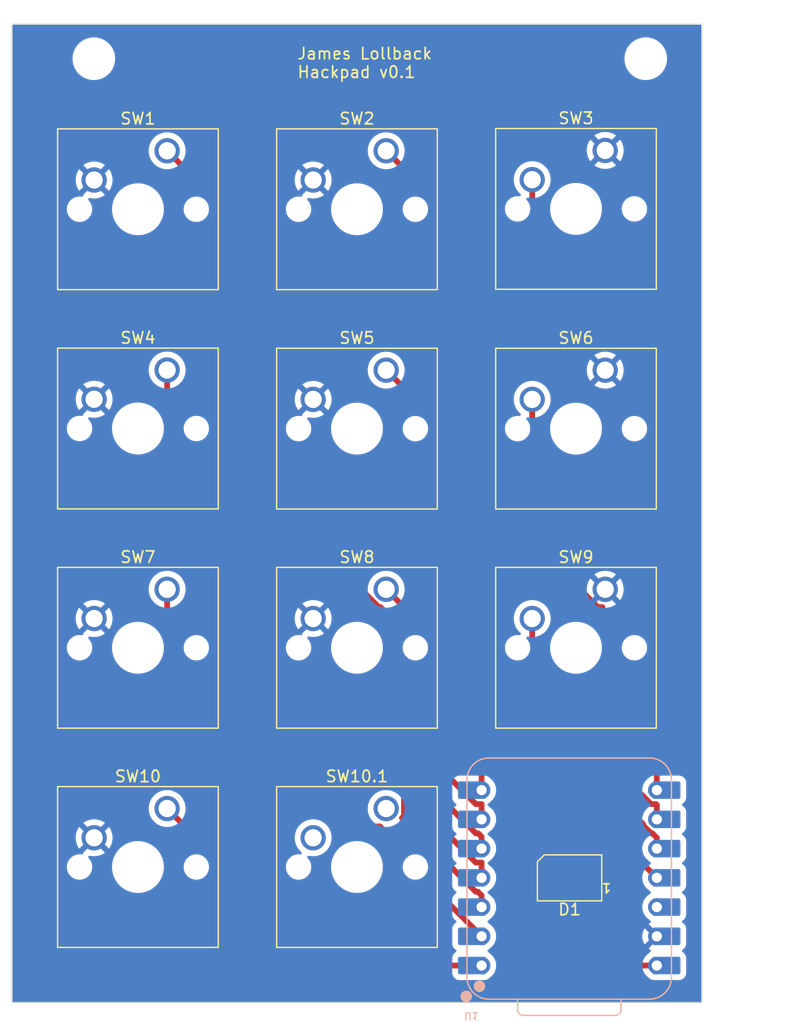
<source format=kicad_pcb>
(kicad_pcb (version 20241129) (generator "pcbnew") (generator_version "8.99")
  (layers (0 "F.Cu" signal) (2 "B.Cu" signal) (13 "F.Paste" user) (15 "B.Paste" user) (5 "F.SilkS" user "F.Silkscreen") (7 "B.SilkS" user "B.Silkscreen") (1 "F.Mask" user) (3 "B.Mask" user) (25 "Edge.Cuts" user))
  (net 0 "")
  (net 2 "+5V")
  (net 3 "GND")
  (net 4 "Net-(D1-DIN)")
  (net 5 "Net-(U1-GPIO0{slash}TX)")
  (net 6 "Net-(U1-GPIO26{slash}ADC0{slash}A0)")
  (net 7 "Net-(U1-GPIO27{slash}ADC1{slash}A1)")
  (net 8 "Net-(U1-GPIO28{slash}ADC2{slash}A2)")
  (net 9 "Net-(U1-GPIO1{slash}RX)")
  (net 10 "Net-(U1-GPIO29{slash}ADC3{slash}A3)")
  (net 11 "Net-(U1-GPIO7{slash}SCL)")
  (net 12 "Net-(U1-GPIO2{slash}SCK)")
  (net 15 "Net-(U1-GPIO4{slash}MISO)")
  (net 17 "Net-(U1-GPIO6{slash}SDA)")
  (footprint "Button_Switch_Keyboard:SW_Cherry_MX_1.00u_PCB" (layer "F.Cu") (at 32 89.15)
    (property "Reference" "SW10" (at -2.54 -2.794 0) (layer "F.SilkS"))
    (property "Value" "SW_Push")
    (fp_line (start -9.525 -1.905) (end 4.445 -1.905) (stroke (width 0.12)) (layer "F.SilkS"))
    (fp_line (start -9.525 12.065) (end -9.525 -1.905) (stroke (width 0.12)) (layer "F.SilkS"))
    (fp_line (start 4.445 -1.905) (end 4.445 12.065) (stroke (width 0.12)) (layer "F.SilkS"))
    (fp_line (start 4.445 12.065) (end -9.525 12.065) (stroke (width 0.12)) (layer "F.SilkS"))
    (pad "" np_thru_hole circle (at -7.62 5.08) (size 1.7 1.7) (drill 1.7) (layers "*.Cu" "*.Mask"))
    (pad "" np_thru_hole circle (at -2.54 5.08) (size 4 4) (drill 4) (layers "*.Cu" "*.Mask"))
    (pad "" np_thru_hole circle (at 2.54 5.08) (size 1.7 1.7) (drill 1.7) (layers "*.Cu" "*.Mask"))
    (pad "1" thru_hole circle (at 0 0) (size 2.2 2.2) (drill 1.5) (layers "*.Cu" "*.Mask") (net 6 "Net-(U1-GPIO26{slash}ADC0{slash}A0)"))
    (pad "2" thru_hole circle (at -6.35 2.54) (size 2.2 2.2) (drill 1.5) (layers "*.Cu" "*.Mask") (net 3 "GND"))
  )
  (footprint "Button_Switch_Keyboard:SW_Cherry_MX_1.00u_PCB" (layer "F.Cu") (at 32 70.1)
    (property "Reference" "SW7" (at -2.54 -2.794 0) (layer "F.SilkS"))
    (property "Value" "SW_Push")
    (fp_line (start -9.525 -1.905) (end 4.445 -1.905) (stroke (width 0.12)) (layer "F.SilkS"))
    (fp_line (start -9.525 12.065) (end -9.525 -1.905) (stroke (width 0.12)) (layer "F.SilkS"))
    (fp_line (start 4.445 -1.905) (end 4.445 12.065) (stroke (width 0.12)) (layer "F.SilkS"))
    (fp_line (start 4.445 12.065) (end -9.525 12.065) (stroke (width 0.12)) (layer "F.SilkS"))
    (pad "" np_thru_hole circle (at -7.62 5.08) (size 1.7 1.7) (drill 1.7) (layers "*.Cu" "*.Mask"))
    (pad "" np_thru_hole circle (at -2.54 5.08) (size 4 4) (drill 4) (layers "*.Cu" "*.Mask"))
    (pad "" np_thru_hole circle (at 2.54 5.08) (size 1.7 1.7) (drill 1.7) (layers "*.Cu" "*.Mask"))
    (pad "1" thru_hole circle (at 0 0) (size 2.2 2.2) (drill 1.5) (layers "*.Cu" "*.Mask") (net 7 "Net-(U1-GPIO27{slash}ADC1{slash}A1)"))
    (pad "2" thru_hole circle (at -6.35 2.54) (size 2.2 2.2) (drill 1.5) (layers "*.Cu" "*.Mask") (net 3 "GND"))
  )
  (footprint "Button_Switch_Keyboard:SW_Cherry_MX_1.00u_PCB" (layer "F.Cu") (at 51.05 51.06)
    (property "Reference" "SW5" (at -2.54 -2.794 0) (layer "F.SilkS"))
    (property "Value" "SW_Push")
    (fp_line (start -9.525 -1.905) (end 4.445 -1.905) (stroke (width 0.12)) (layer "F.SilkS"))
    (fp_line (start -9.525 12.065) (end -9.525 -1.905) (stroke (width 0.12)) (layer "F.SilkS"))
    (fp_line (start 4.445 -1.905) (end 4.445 12.065) (stroke (width 0.12)) (layer "F.SilkS"))
    (fp_line (start 4.445 12.065) (end -9.525 12.065) (stroke (width 0.12)) (layer "F.SilkS"))
    (pad "" np_thru_hole circle (at -7.62 5.08) (size 1.7 1.7) (drill 1.7) (layers "*.Cu" "*.Mask"))
    (pad "" np_thru_hole circle (at -2.54 5.08) (size 4 4) (drill 4) (layers "*.Cu" "*.Mask"))
    (pad "" np_thru_hole circle (at 2.54 5.08) (size 1.7 1.7) (drill 1.7) (layers "*.Cu" "*.Mask"))
    (pad "1" thru_hole circle (at 0 0) (size 2.2 2.2) (drill 1.5) (layers "*.Cu" "*.Mask") (net 11 "Net-(U1-GPIO7{slash}SCL)"))
    (pad "2" thru_hole circle (at -6.35 2.54) (size 2.2 2.2) (drill 1.5) (layers "*.Cu" "*.Mask") (net 3 "GND"))
  )
  (footprint "Button_Switch_Keyboard:SW_Cherry_MX_1.00u_PCB" (layer "F.Cu") (at 32 51.05)
    (property "Reference" "SW4" (at -2.54 -2.794 0) (layer "F.SilkS"))
    (property "Value" "SW_Push")
    (fp_line (start -9.525 -1.905) (end 4.445 -1.905) (stroke (width 0.12)) (layer "F.SilkS"))
    (fp_line (start -9.525 12.065) (end -9.525 -1.905) (stroke (width 0.12)) (layer "F.SilkS"))
    (fp_line (start 4.445 -1.905) (end 4.445 12.065) (stroke (width 0.12)) (layer "F.SilkS"))
    (fp_line (start 4.445 12.065) (end -9.525 12.065) (stroke (width 0.12)) (layer "F.SilkS"))
    (pad "" np_thru_hole circle (at -7.62 5.08) (size 1.7 1.7) (drill 1.7) (layers "*.Cu" "*.Mask"))
    (pad "" np_thru_hole circle (at -2.54 5.08) (size 4 4) (drill 4) (layers "*.Cu" "*.Mask"))
    (pad "" np_thru_hole circle (at 2.54 5.08) (size 1.7 1.7) (drill 1.7) (layers "*.Cu" "*.Mask"))
    (pad "1" thru_hole circle (at 0 0) (size 2.2 2.2) (drill 1.5) (layers "*.Cu" "*.Mask") (net 8 "Net-(U1-GPIO28{slash}ADC2{slash}A2)"))
    (pad "2" thru_hole circle (at -6.35 2.54) (size 2.2 2.2) (drill 1.5) (layers "*.Cu" "*.Mask") (net 3 "GND"))
  )
  (footprint "Button_Switch_Keyboard:SW_Cherry_MX_1.00u_PCB" (layer "F.Cu") (at 51.05 89.15)
    (property "Reference" "SW10.1" (at -2.54 -2.794 0) (layer "F.SilkS"))
    (property "Value" "SW_Push")
    (fp_line (start -9.525 -1.905) (end 4.445 -1.905) (stroke (width 0.12)) (layer "F.SilkS"))
    (fp_line (start -9.525 12.065) (end -9.525 -1.905) (stroke (width 0.12)) (layer "F.SilkS"))
    (fp_line (start 4.445 -1.905) (end 4.445 12.065) (stroke (width 0.12)) (layer "F.SilkS"))
    (fp_line (start 4.445 12.065) (end -9.525 12.065) (stroke (width 0.12)) (layer "F.SilkS"))
    (pad "" np_thru_hole circle (at -7.62 5.08) (size 1.7 1.7) (drill 1.7) (layers "*.Cu" "*.Mask"))
    (pad "" np_thru_hole circle (at -2.54 5.08) (size 4 4) (drill 4) (layers "*.Cu" "*.Mask"))
    (pad "" np_thru_hole circle (at 2.54 5.08) (size 1.7 1.7) (drill 1.7) (layers "*.Cu" "*.Mask"))
    (pad "1" thru_hole circle (at 0 0) (size 2.2 2.2) (drill 1.5) (layers "*.Cu" "*.Mask"))
    (pad "2" thru_hole circle (at -6.35 2.54) (size 2.2 2.2) (drill 1.5) (layers "*.Cu" "*.Mask"))
  )
  (footprint "Button_Switch_Keyboard:SW_Cherry_MX_1.00u_PCB" (layer "F.Cu") (at 51.05 70.1)
    (property "Reference" "SW8" (at -2.54 -2.794 0) (layer "F.SilkS"))
    (property "Value" "SW_Push")
    (fp_line (start -9.525 -1.905) (end 4.445 -1.905) (stroke (width 0.12)) (layer "F.SilkS"))
    (fp_line (start -9.525 12.065) (end -9.525 -1.905) (stroke (width 0.12)) (layer "F.SilkS"))
    (fp_line (start 4.445 -1.905) (end 4.445 12.065) (stroke (width 0.12)) (layer "F.SilkS"))
    (fp_line (start 4.445 12.065) (end -9.525 12.065) (stroke (width 0.12)) (layer "F.SilkS"))
    (pad "" np_thru_hole circle (at -7.62 5.08) (size 1.7 1.7) (drill 1.7) (layers "*.Cu" "*.Mask"))
    (pad "" np_thru_hole circle (at -2.54 5.08) (size 4 4) (drill 4) (layers "*.Cu" "*.Mask"))
    (pad "" np_thru_hole circle (at 2.54 5.08) (size 1.7 1.7) (drill 1.7) (layers "*.Cu" "*.Mask"))
    (pad "1" thru_hole circle (at 0 0) (size 2.2 2.2) (drill 1.5) (layers "*.Cu" "*.Mask") (net 17 "Net-(U1-GPIO6{slash}SDA)"))
    (pad "2" thru_hole circle (at -6.35 2.54) (size 2.2 2.2) (drill 1.5) (layers "*.Cu" "*.Mask") (net 3 "GND"))
  )
  (footprint "Button_Switch_Keyboard:SW_Cherry_MX_1.00u_PCB" (layer "F.Cu") (at 51.05 32)
    (property "Reference" "SW2" (at -2.54 -2.794 0) (layer "F.SilkS"))
    (property "Value" "SW_Push")
    (fp_line (start -9.525 -1.905) (end 4.445 -1.905) (stroke (width 0.12)) (layer "F.SilkS"))
    (fp_line (start -9.525 12.065) (end -9.525 -1.905) (stroke (width 0.12)) (layer "F.SilkS"))
    (fp_line (start 4.445 -1.905) (end 4.445 12.065) (stroke (width 0.12)) (layer "F.SilkS"))
    (fp_line (start 4.445 12.065) (end -9.525 12.065) (stroke (width 0.12)) (layer "F.SilkS"))
    (pad "" np_thru_hole circle (at -7.62 5.08) (size 1.7 1.7) (drill 1.7) (layers "*.Cu" "*.Mask"))
    (pad "" np_thru_hole circle (at -2.54 5.08) (size 4 4) (drill 4) (layers "*.Cu" "*.Mask"))
    (pad "" np_thru_hole circle (at 2.54 5.08) (size 1.7 1.7) (drill 1.7) (layers "*.Cu" "*.Mask"))
    (pad "1" thru_hole circle (at 0 0) (size 2.2 2.2) (drill 1.5) (layers "*.Cu" "*.Mask") (net 5 "Net-(U1-GPIO0{slash}TX)"))
    (pad "2" thru_hole circle (at -6.35 2.54) (size 2.2 2.2) (drill 1.5) (layers "*.Cu" "*.Mask") (net 3 "GND"))
  )
  (footprint "MountingHole:MountingHole_3.2mm_M3_DIN965" (layer "F.Cu") (at 25.625 24)
    (property "Reference" "REF**" (hide yes))
    (property "Value" "MountingHole_3.2mm_M3_DIN965" (hide yes))
    (pad "" np_thru_hole circle (at 0 0) (size 3.2 3.2) (drill 3.2) (layers "*.Cu" "*.Mask"))
  )
  (footprint "LED_SMD:LED_SK6812MINI_PLCC4_3.5x3.5mm_P1.75mm" (layer "F.Cu") (at 67 95.175 180)
    (property "Reference" "D1" (at 0 -2.75 0) (layer "F.SilkS"))
    (property "Value" "SK6812MINI")
    (fp_line (start 2.8 1.4) (end 2.8 -2) (stroke (width 0.12)) (layer "F.SilkS"))
    (fp_line (start 2.8 1.4) (end 2.2 2) (stroke (width 0.12)) (layer "F.SilkS"))
    (fp_line (start -2.8 2) (end 2.2 2) (stroke (width 0.12)) (layer "F.SilkS"))
    (fp_line (start -2.8 -2) (end 2.8 -2) (stroke (width 0.12)) (layer "F.SilkS"))
    (fp_line (start -2.8 -2) (end -2.8 2) (stroke (width 0.12)) (layer "F.SilkS"))
    (fp_text user "1" (at -3.2 -0.875 180) (layer "F.SilkS") (effects (font (size 0.8 0.8))))
    (pad "1" smd rect (at -1.75 -0.875 180) (size 1.6 0.85) (layers "F.Cu" "F.Mask" "F.Paste"))
    (pad "2" smd rect (at -1.75 0.875 180) (size 1.6 0.85) (layers "F.Cu" "F.Mask" "F.Paste") (net 3 "GND"))
    (pad "3" smd rect (at 1.75 0.875 180) (size 1.6 0.85) (layers "F.Cu" "F.Mask" "F.Paste") (net 4 "Net-(D1-DIN)"))
    (pad "4" smd rect (at 1.75 -0.875 180) (size 1.6 0.85) (layers "F.Cu" "F.Mask" "F.Paste") (net 2 "+5V"))
  )
  (footprint "MountingHole:MountingHole_3.2mm_M3_DIN965" (layer "F.Cu") (at 73.625 24)
    (property "Reference" "REF**" (hide yes))
    (property "Value" "MountingHole_3.2mm_M3_DIN965")
    (pad "" np_thru_hole circle (at 0 0) (size 3.2 3.2) (drill 3.2) (layers "*.Cu" "*.Mask"))
  )
  (footprint "Button_Switch_Keyboard:SW_Cherry_MX_1.00u_PCB" (layer "F.Cu") (at 70.1 51.06)
    (property "Reference" "SW6" (at -2.54 -2.794 0) (layer "F.SilkS"))
    (property "Value" "SW_Push")
    (fp_line (start -9.525 -1.905) (end 4.445 -1.905) (stroke (width 0.12)) (layer "F.SilkS"))
    (fp_line (start -9.525 12.065) (end -9.525 -1.905) (stroke (width 0.12)) (layer "F.SilkS"))
    (fp_line (start 4.445 -1.905) (end 4.445 12.065) (stroke (width 0.12)) (layer "F.SilkS"))
    (fp_line (start 4.445 12.065) (end -9.525 12.065) (stroke (width 0.12)) (layer "F.SilkS"))
    (pad "" np_thru_hole circle (at -7.62 5.08) (size 1.7 1.7) (drill 1.7) (layers "*.Cu" "*.Mask"))
    (pad "" np_thru_hole circle (at -2.54 5.08) (size 4 4) (drill 4) (layers "*.Cu" "*.Mask"))
    (pad "" np_thru_hole circle (at 2.54 5.08) (size 1.7 1.7) (drill 1.7) (layers "*.Cu" "*.Mask"))
    (pad "1" thru_hole circle (at 0 0) (size 2.2 2.2) (drill 1.5) (layers "*.Cu" "*.Mask") (net 3 "GND"))
    (pad "2" thru_hole circle (at -6.35 2.54) (size 2.2 2.2) (drill 1.5) (layers "*.Cu" "*.Mask") (net 12 "Net-(U1-GPIO2{slash}SCK)"))
  )
  (footprint "Button_Switch_Keyboard:SW_Cherry_MX_1.00u_PCB" (layer "F.Cu") (at 32 32)
    (property "Reference" "SW1" (at -2.54 -2.794 0) (layer "F.SilkS"))
    (property "Value" "SW_Push")
    (fp_line (start -9.525 -1.905) (end 4.445 -1.905) (stroke (width 0.12)) (layer "F.SilkS"))
    (fp_line (start -9.525 12.065) (end -9.525 -1.905) (stroke (width 0.12)) (layer "F.SilkS"))
    (fp_line (start 4.445 -1.905) (end 4.445 12.065) (stroke (width 0.12)) (layer "F.SilkS"))
    (fp_line (start 4.445 12.065) (end -9.525 12.065) (stroke (width 0.12)) (layer "F.SilkS"))
    (pad "" np_thru_hole circle (at -7.62 5.08) (size 1.7 1.7) (drill 1.7) (layers "*.Cu" "*.Mask"))
    (pad "" np_thru_hole circle (at -2.54 5.08) (size 4 4) (drill 4) (layers "*.Cu" "*.Mask"))
    (pad "" np_thru_hole circle (at 2.54 5.08) (size 1.7 1.7) (drill 1.7) (layers "*.Cu" "*.Mask"))
    (pad "1" thru_hole circle (at 0 0) (size 2.2 2.2) (drill 1.5) (layers "*.Cu" "*.Mask") (net 10 "Net-(U1-GPIO29{slash}ADC3{slash}A3)"))
    (pad "2" thru_hole circle (at -6.35 2.54) (size 2.2 2.2) (drill 1.5) (layers "*.Cu" "*.Mask") (net 3 "GND"))
  )
  (footprint "Button_Switch_Keyboard:SW_Cherry_MX_1.00u_PCB" (layer "F.Cu") (at 70.1 70.1)
    (property "Reference" "SW9" (at -2.54 -2.794 0) (layer "F.SilkS"))
    (property "Value" "SW_Push")
    (fp_line (start -9.525 -1.905) (end 4.445 -1.905) (stroke (width 0.12)) (layer "F.SilkS"))
    (fp_line (start -9.525 12.065) (end -9.525 -1.905) (stroke (width 0.12)) (layer "F.SilkS"))
    (fp_line (start 4.445 -1.905) (end 4.445 12.065) (stroke (width 0.12)) (layer "F.SilkS"))
    (fp_line (start 4.445 12.065) (end -9.525 12.065) (stroke (width 0.12)) (layer "F.SilkS"))
    (pad "" np_thru_hole circle (at -7.62 5.08) (size 1.7 1.7) (drill 1.7) (layers "*.Cu" "*.Mask"))
    (pad "" np_thru_hole circle (at -2.54 5.08) (size 4 4) (drill 4) (layers "*.Cu" "*.Mask"))
    (pad "" np_thru_hole circle (at 2.54 5.08) (size 1.7 1.7) (drill 1.7) (layers "*.Cu" "*.Mask"))
    (pad "1" thru_hole circle (at 0 0) (size 2.2 2.2) (drill 1.5) (layers "*.Cu" "*.Mask") (net 3 "GND"))
    (pad "2" thru_hole circle (at -6.35 2.54) (size 2.2 2.2) (drill 1.5) (layers "*.Cu" "*.Mask") (net 15 "Net-(U1-GPIO4{slash}MISO)"))
  )
  (footprint "Button_Switch_Keyboard:SW_Cherry_MX_1.00u_PCB" (layer "F.Cu") (at 70.1 31.97)
    (property "Reference" "SW3" (at -2.54 -2.794 0) (layer "F.SilkS"))
    (property "Value" "SW_Push")
    (fp_line (start -9.525 -1.905) (end 4.445 -1.905) (stroke (width 0.12)) (layer "F.SilkS"))
    (fp_line (start -9.525 12.065) (end -9.525 -1.905) (stroke (width 0.12)) (layer "F.SilkS"))
    (fp_line (start 4.445 -1.905) (end 4.445 12.065) (stroke (width 0.12)) (layer "F.SilkS"))
    (fp_line (start 4.445 12.065) (end -9.525 12.065) (stroke (width 0.12)) (layer "F.SilkS"))
    (pad "" np_thru_hole circle (at -7.62 5.08) (size 1.7 1.7) (drill 1.7) (layers "*.Cu" "*.Mask"))
    (pad "" np_thru_hole circle (at -2.54 5.08) (size 4 4) (drill 4) (layers "*.Cu" "*.Mask"))
    (pad "" np_thru_hole circle (at 2.54 5.08) (size 1.7 1.7) (drill 1.7) (layers "*.Cu" "*.Mask"))
    (pad "1" thru_hole circle (at 0 0) (size 2.2 2.2) (drill 1.5) (layers "*.Cu" "*.Mask") (net 3 "GND"))
    (pad "2" thru_hole circle (at -6.35 2.54) (size 2.2 2.2) (drill 1.5) (layers "*.Cu" "*.Mask") (net 9 "Net-(U1-GPIO1{slash}RX)"))
  )
  (footprint "Seeed Studio XIAO Series Library:XIAO-RP2040-DIP" (layer "B.Cu") (at 66.97 95.17)
    (property "Reference" "U1" (at -8.5 12 180) (layer "B.SilkS") (effects (font (size 0.635 0.635) (thickness 0.1016)) (justify mirror)))
    (property "Value" "XIAO-RP2040-DIP")
    (fp_line (start -8.89 -8.509) (end -8.89 8.636) (stroke (width 0.127)) (layer "B.SilkS"))
    (fp_line (start -6.985 -10.414) (end 6.985 -10.414) (stroke (width 0.127)) (layer "B.SilkS"))
    (fp_line (start -4.495 10.541) (end -4.491272 11.451272) (stroke (width 0.127)) (layer "B.SilkS"))
    (fp_line (start -3.991272 11.951) (end 4.004 11.951) (stroke (width 0.127)) (layer "B.SilkS"))
    (fp_line (start 4.504 11.451) (end 4.504 10.541) (stroke (width 0.127)) (layer "B.SilkS"))
    (fp_line (start 6.985 10.541) (end -6.985 10.541) (stroke (width 0.1)) (layer "B.SilkS"))
    (fp_line (start 6.985 10.541) (end -6.985 10.541) (stroke (width 0.127)) (layer "B.SilkS"))
    (fp_line (start 8.89 -8.509) (end 8.89 8.636) (stroke (width 0.127)) (layer "B.SilkS"))
    (fp_arc (start -8.89 -8.509) (mid -8.332038 -9.856038) (end -6.985 -10.414) (stroke (width 0.127)) (layer "B.SilkS"))
    (fp_arc (start -6.985 10.541) (mid -8.332038 9.983038) (end -8.89 8.636) (stroke (width 0.127)) (layer "B.SilkS"))
    (fp_arc (start -3.991272 11.951) (mid -4.344724 11.804644) (end -4.491272 11.451272) (stroke (width 0.127)) (layer "B.SilkS"))
    (fp_arc (start 4.504 11.451) (mid 4.357553 11.804553) (end 4.004 11.951) (stroke (width 0.127)) (layer "B.SilkS"))
    (fp_arc (start 6.985 -10.414) (mid 8.332038 -9.856038) (end 8.89 -8.509) (stroke (width 0.127)) (layer "B.SilkS"))
    (fp_arc (start 8.89 8.636) (mid 8.332038 9.983038) (end 6.985 10.541) (stroke (width 0.127)) (layer "B.SilkS"))
    (fp_circle (center -8.95 10.3) (end -8.95 10.554) (stroke (width 0.5)) (fill yes) (layer "B.SilkS"))
    (fp_circle (center -7.807 9.42) (end -7.807 9.674) (stroke (width 0.5)) (fill yes) (layer "B.SilkS"))
    (pad "1" smd roundrect (at -8.455 7.62 180) (size 2.432 1.524) (layers "B.Cu" "B.Mask") (roundrect_rratio 0.1) (net 6 "Net-(U1-GPIO26{slash}ADC0{slash}A0)"))
    (pad "1" thru_hole circle (at -7.62 7.62 180) (size 1.524 1.524) (drill 0.889) (layers "F&B.Cu" "*.Mask") (net 6 "Net-(U1-GPIO26{slash}ADC0{slash}A0)"))
    (pad "2" smd roundrect (at -8.455 5.08 180) (size 2.432 1.524) (layers "B.Cu" "B.Mask") (roundrect_rratio 0.1) (net 7 "Net-(U1-GPIO27{slash}ADC1{slash}A1)"))
    (pad "2" thru_hole circle (at -7.62 5.08 180) (size 1.524 1.524) (drill 0.889) (layers "F&B.Cu" "*.Mask") (net 7 "Net-(U1-GPIO27{slash}ADC1{slash}A1)"))
    (pad "3" smd roundrect (at -8.455 2.54 180) (size 2.432 1.524) (layers "B.Cu" "B.Mask") (roundrect_rratio 0.1) (net 8 "Net-(U1-GPIO28{slash}ADC2{slash}A2)"))
    (pad "3" thru_hole circle (at -7.62 2.54 180) (size 1.524 1.524) (drill 0.889) (layers "F&B.Cu" "*.Mask") (net 8 "Net-(U1-GPIO28{slash}ADC2{slash}A2)"))
    (pad "4" smd roundrect (at -8.455 0 180) (size 2.432 1.524) (layers "B.Cu" "B.Mask") (roundrect_rratio 0.1) (net 10 "Net-(U1-GPIO29{slash}ADC3{slash}A3)"))
    (pad "4" thru_hole circle (at -7.62 0 180) (size 1.524 1.524) (drill 0.889) (layers "F&B.Cu" "*.Mask") (net 10 "Net-(U1-GPIO29{slash}ADC3{slash}A3)"))
    (pad "5" smd roundrect (at -8.455 -2.54 180) (size 2.432 1.524) (layers "B.Cu" "B.Mask") (roundrect_rratio 0.1) (net 17 "Net-(U1-GPIO6{slash}SDA)"))
    (pad "5" thru_hole circle (at -7.62 -2.54 180) (size 1.524 1.524) (drill 0.889) (layers "F&B.Cu" "*.Mask") (net 17 "Net-(U1-GPIO6{slash}SDA)"))
    (pad "6" smd roundrect (at -8.455 -5.08 180) (size 2.432 1.524) (layers "B.Cu" "B.Mask") (roundrect_rratio 0.1) (net 11 "Net-(U1-GPIO7{slash}SCL)"))
    (pad "6" thru_hole circle (at -7.62 -5.08 180) (size 1.524 1.524) (drill 0.889) (layers "F&B.Cu" "*.Mask") (net 11 "Net-(U1-GPIO7{slash}SCL)"))
    (pad "7" smd roundrect (at -8.455 -7.62 180) (size 2.432 1.524) (layers "B.Cu" "B.Mask") (roundrect_rratio 0.1) (net 5 "Net-(U1-GPIO0{slash}TX)"))
    (pad "7" thru_hole circle (at -7.62 -7.62 180) (size 1.524 1.524) (drill 0.889) (layers "F&B.Cu" "*.Mask") (net 5 "Net-(U1-GPIO0{slash}TX)"))
    (pad "8" thru_hole circle (at 7.62 -7.62) (size 1.524 1.524) (drill 0.889) (layers "F&B.Cu" "*.Mask") (net 9 "Net-(U1-GPIO1{slash}RX)"))
    (pad "8" smd roundrect (at 8.455 -7.62) (size 2.432 1.524) (layers "B.Cu" "B.Mask") (roundrect_rratio 0.1) (net 9 "Net-(U1-GPIO1{slash}RX)"))
    (pad "9" thru_hole circle (at 7.62 -5.08) (size 1.524 1.524) (drill 0.889) (layers "F&B.Cu" "*.Mask") (net 12 "Net-(U1-GPIO2{slash}SCK)"))
    (pad "9" smd roundrect (at 8.455 -5.08) (size 2.432 1.524) (layers "B.Cu" "B.Mask") (roundrect_rratio 0.1) (net 12 "Net-(U1-GPIO2{slash}SCK)"))
    (pad "10" thru_hole circle (at 7.62 -2.54) (size 1.524 1.524) (drill 0.889) (layers "F&B.Cu" "*.Mask") (net 15 "Net-(U1-GPIO4{slash}MISO)"))
    (pad "10" smd roundrect (at 8.455 -2.54) (size 2.432 1.524) (layers "B.Cu" "B.Mask") (roundrect_rratio 0.1) (net 15 "Net-(U1-GPIO4{slash}MISO)"))
    (pad "11" thru_hole circle (at 7.62 0) (size 1.524 1.524) (drill 0.889) (layers "F&B.Cu" "*.Mask") (net 4 "Net-(D1-DIN)"))
    (pad "11" smd roundrect (at 8.455 0) (size 2.432 1.524) (layers "B.Cu" "B.Mask") (roundrect_rratio 0.1) (net 4 "Net-(D1-DIN)"))
    (pad "12" thru_hole circle (at 7.62 2.54) (size 1.524 1.524) (drill 0.889) (layers "F&B.Cu" "*.Mask"))
    (pad "12" smd roundrect (at 8.455 2.54) (size 2.432 1.524) (layers "B.Cu" "B.Mask") (roundrect_rratio 0.1))
    (pad "13" thru_hole circle (at 7.62 5.08) (size 1.524 1.524) (drill 0.889) (layers "F&B.Cu" "*.Mask") (net 3 "GND"))
    (pad "13" smd roundrect (at 8.455 5.08) (size 2.432 1.524) (layers "B.Cu" "B.Mask") (roundrect_rratio 0.1) (net 3 "GND"))
    (pad "14" thru_hole circle (at 7.62 7.62) (size 1.524 1.524) (drill 0.889) (layers "F&B.Cu" "*.Mask") (net 2 "+5V"))
    (pad "14" smd roundrect (at 8.455 7.62) (size 2.432 1.524) (layers "B.Cu" "B.Mask") (roundrect_rratio 0.1) (net 2 "+5V"))
  )
  (gr_rect (start 18.51 21) (end 78.51 106) (stroke (width 0.1)) (fill no) (layer "Edge.Cuts"))
  (gr_text "James Lollback\nHackpad v0.1" (at 43.25 25.75 0) (layer "F.SilkS") (effects (font (size 1 1)) (justify left bottom)))
  (segment (start 74.59 102.79) (end 71.99 102.79) (width 0.5) (layer "F.Cu") (net 2))
  (segment (start 71.99 102.79) (end 65.25 96.05) (width 0.5) (layer "F.Cu") (net 2))
  (segment (start 68.75 94.3) (end 69.624 95.174) (width 0.5) (layer "F.Cu") (net 3))
  (segment (start 70.001 95.174) (end 70.001 95.661) (width 0.5) (layer "F.Cu") (net 3))
  (segment (start 70.001 95.661) (end 74.59 100.25) (width 0.5) (layer "F.Cu") (net 3))
  (segment (start 69.624 95.174) (end 70.001 95.174) (width 0.5) (layer "F.Cu") (net 3))
  (segment (start 66.1 93.45) (end 65.25 94.3) (width 0.5) (layer "F.Cu") (net 4))
  (segment (start 72.87 93.45) (end 70.001 93.45) (width 0.5) (layer "F.Cu") (net 4))
  (segment (start 74.59 95.17) (end 72.87 93.45) (width 0.5) (layer "F.Cu") (net 4))
  (segment (start 67.499 93.424) (end 67.499 93.45) (width 0.5) (layer "F.Cu") (net 4))
  (segment (start 70.001 93.45) (end 70.001 93.424) (width 0.5) (layer "F.Cu") (net 4))
  (segment (start 70.001 93.424) (end 67.499 93.424) (width 0.5) (layer "F.Cu") (net 4))
  (segment (start 67.499 93.45) (end 66.1 93.45) (width 0.5) (layer "F.Cu") (net 4))
  (segment (start 59.35 40.3) (end 51.05 32) (width 0.5) (layer "F.Cu") (net 5))
  (segment (start 59.35 87.55) (end 59.35 40.3) (width 0.5) (layer "F.Cu") (net 5))
  (segment (start 45.64 102.79) (end 32 89.15) (width 0.5) (layer "F.Cu") (net 6))
  (segment (start 59.35 102.79) (end 45.64 102.79) (width 0.5) (layer "F.Cu") (net 6))
  (segment (start 34.131 76.531) (end 33.980397 76.531) (width 0.5) (layer "F.Cu") (net 7))
  (segment (start 32 74.550603) (end 32 70.1) (width 0.5) (layer "F.Cu") (net 7))
  (segment (start 48.301 90.701) (end 34.131 76.531) (width 0.5) (layer "F.Cu") (net 7))
  (segment (start 54.280603 95.45) (end 54.149603 95.581) (width 0.5) (layer "F.Cu") (net 7))
  (segment (start 59.35 100.25) (end 54.55 95.45) (width 0.5) (layer "F.Cu") (net 7))
  (segment (start 51.011 93.561603) (end 51.011 91.211) (width 0.5) (layer "F.Cu") (net 7))
  (segment (start 54.149603 95.581) (end 53.030397 95.581) (width 0.5) (layer "F.Cu") (net 7))
  (segment (start 54.55 95.45) (end 54.280603 95.45) (width 0.5) (layer "F.Cu") (net 7))
  (segment (start 50.501 90.701) (end 48.301 90.701) (width 0.5) (layer "F.Cu") (net 7))
  (segment (start 53.030397 95.581) (end 51.011 93.561603) (width 0.5) (layer "F.Cu") (net 7))
  (segment (start 33.980397 76.531) (end 32 74.550603) (width 0.5) (layer "F.Cu") (net 7))
  (segment (start 51.011 91.211) (end 50.501 90.701) (width 0.5) (layer "F.Cu") (net 7))
  (segment (start 59.033 96.383) (end 58.847558 96.383) (width 0.5) (layer "F.Cu") (net 8))
  (segment (start 58.847558 96.383) (end 52.429002 89.964444) (width 0.5) (layer "F.Cu") (net 8))
  (segment (start 59.35 96.7) (end 59.033 96.383) (width 0.5) (layer "F.Cu") (net 8))
  (segment (start 52.601 89.792446) (end 52.601 86.251) (width 0.5) (layer "F.Cu") (net 8))
  (segment (start 59.35 97.71) (end 59.35 96.7) (width 0.5) (layer "F.Cu") (net 8))
  (segment (start 52.429002 89.964444) (end 52.601 89.792446) (width 0.5) (layer "F.Cu") (net 8))
  (segment (start 32 65.660603) (end 32 51.05) (width 0.5) (layer "F.Cu") (net 8))
  (segment (start 52.601 86.251) (end 42.881 76.531) (width 0.5) (layer "F.Cu") (net 8))
  (segment (start 42.870397 76.531) (end 32 65.660603) (width 0.5) (layer "F.Cu") (net 8))
  (segment (start 42.881 76.531) (end 42.870397 76.531) (width 0.5) (layer "F.Cu") (net 8))
  (segment (start 74.59 46.49) (end 67.651 39.551) (width 0.5) (layer "F.Cu") (net 9))
  (segment (start 63.75 36.409397) (end 63.75 34.51) (width 0.5) (layer "F.Cu") (net 9))
  (segment (start 74.59 87.55) (end 74.59 46.49) (width 0.5) (layer "F.Cu") (net 9))
  (segment (start 67.651 39.551) (end 66.524052 39.551) (width 0.5) (layer "F.Cu") (net 9))
  (segment (start 63.831 36.857948) (end 63.831 36.490397) (width 0.5) (layer "F.Cu") (net 9))
  (segment (start 63.831 36.490397) (end 63.75 36.409397) (width 0.5) (layer "F.Cu") (net 9))
  (segment (start 66.524052 39.551) (end 63.831 36.857948) (width 0.5) (layer "F.Cu") (net 9))
  (segment (start 59.35 95.17) (end 59.35 93.843) (width 0.5) (layer "F.Cu") (net 10))
  (segment (start 51.011 74.211) (end 51.011 72.111) (width 0.5) (layer "F.Cu") (net 10))
  (segment (start 53.302 88.297442) (end 53.302 76.531) (width 0.5) (layer "F.Cu") (net 10))
  (segment (start 58.847558 93.843) (end 53.302 88.297442) (width 0.5) (layer "F.Cu") (net 10))
  (segment (start 51.011 72.111) (end 50.551 71.651) (width 0.5) (layer "F.Cu") (net 10))
  (segment (start 59.35 93.843) (end 58.847558 93.843) (width 0.5) (layer "F.Cu") (net 10))
  (segment (start 35.891 56.689603) (end 35.891 35.891) (width 0.5) (layer "F.Cu") (net 10))
  (segment (start 50.551 71.651) (end 50.407554 71.651) (width 0.5) (layer "F.Cu") (net 10))
  (segment (start 50.407554 71.651) (end 35.668578 56.912024) (width 0.5) (layer "F.Cu") (net 10))
  (segment (start 52.239 75.739603) (end 52.239 75.439) (width 0.5) (layer "F.Cu") (net 10))
  (segment (start 35.668578 56.912024) (end 35.891 56.689603) (width 0.5) (layer "F.Cu") (net 10))
  (segment (start 52.239 75.439) (end 51.011 74.211) (width 0.5) (layer "F.Cu") (net 10))
  (segment (start 53.302 76.531) (end 53.030397 76.531) (width 0.5) (layer "F.Cu") (net 10))
  (segment (start 35.891 35.891) (end 32 32) (width 0.5) (layer "F.Cu") (net 10))
  (segment (start 53.030397 76.531) (end 52.239 75.739603) (width 0.5) (layer "F.Cu") (net 10))
  (segment (start 55.6 55.61) (end 51.05 51.06) (width 0.5) (layer "F.Cu") (net 11))
  (segment (start 55.642 73.700636) (end 55.6 73.658636) (width 0.5) (layer "F.Cu") (net 11))
  (segment (start 55.601 85.516442) (end 55.601 76.070967) (width 0.5) (layer "F.Cu") (net 11))
  (segment (start 59.35 90.09) (end 59.35 88.763) (width 0.5) (layer "F.Cu") (net 11))
  (segment (start 55.6 73.658636) (end 55.6 55.61) (width 0.5) (layer "F.Cu") (net 11))
  (segment (start 58.847558 88.763) (end 55.601 85.516442) (width 0.5) (layer "F.Cu") (net 11))
  (segment (start 55.642 76.029967) (end 55.642 73.700636) (width 0.5) (layer "F.Cu") (net 11))
  (segment (start 55.601 76.070967) (end 55.642 76.029967) (width 0.5) (layer "F.Cu") (net 11))
  (segment (start 59.35 88.763) (end 58.847558 88.763) (width 0.5) (layer "F.Cu") (net 11))
  (segment (start 71.4 75.850603) (end 70.061 74.511603) (width 0.5) (layer "F.Cu") (net 12))
  (segment (start 63.75 65.943446) (end 63.75 56.780603) (width 0.5) (layer "F.Cu") (net 12))
  (segment (start 74.59 90.09) (end 74.59 88.84) (width 0.5) (layer "F.Cu") (net 12))
  (segment (start 63.75 56.780603) (end 63.831 56.699603) (width 0.5) (layer "F.Cu") (net 12))
  (segment (start 63.831 56.699603) (end 63.831 55.580397) (width 0.5) (layer "F.Cu") (net 12))
  (segment (start 71.4 86.075442) (end 71.4 75.850603) (width 0.5) (layer "F.Cu") (net 12))
  (segment (start 74.513 88.763) (end 74.087558 88.763) (width 0.5) (layer "F.Cu") (net 12))
  (segment (start 63.831 55.580397) (end 63.75 55.499397) (width 0.5) (layer "F.Cu") (net 12))
  (segment (start 69.457554 71.651) (end 63.75 65.943446) (width 0.5) (layer "F.Cu") (net 12))
  (segment (start 74.087558 88.763) (end 71.4 86.075442) (width 0.5) (layer "F.Cu") (net 12))
  (segment (start 69.85 73.933052) (end 69.85 71.651) (width 0.5) (layer "F.Cu") (net 12))
  (segment (start 69.85 71.651) (end 69.457554 71.651) (width 0.5) (layer "F.Cu") (net 12))
  (segment (start 74.59 88.84) (end 74.513 88.763) (width 0.5) (layer "F.Cu") (net 12))
  (segment (start 70.061 74.144052) (end 69.85 73.933052) (width 0.5) (layer "F.Cu") (net 12))
  (segment (start 70.061 74.511603) (end 70.061 74.144052) (width 0.5) (layer "F.Cu") (net 12))
  (segment (start 63.75 55.499397) (end 63.75 53.6) (width 0.5) (layer "F.Cu") (net 12))
  (segment (start 63.831 75.739603) (end 63.831 74.620397) (width 0.5) (layer "F.Cu") (net 15))
  (segment (start 63.75 74.539397) (end 63.75 72.64) (width 0.5) (layer "F.Cu") (net 15))
  (segment (start 74.087558 91.303) (end 73.377 90.592442) (width 0.5) (layer "F.Cu") (net 15))
  (segment (start 73.377 90.477) (end 63.75 80.85) (width 0.5) (layer "F.Cu") (net 15))
  (segment (start 63.831 74.620397) (end 63.75 74.539397) (width 0.5) (layer "F.Cu") (net 15))
  (segment (start 63.75 80.85) (end 63.75 75.820603) (width 0.5) (layer "F.Cu") (net 15))
  (segment (start 74.59 92.63) (end 74.59 91.69) (width 0.5) (layer "F.Cu") (net 15))
  (segment (start 73.377 90.592442) (end 73.377 90.477) (width 0.5) (layer "F.Cu") (net 15))
  (segment (start 74.203 91.303) (end 74.087558 91.303) (width 0.5) (layer "F.Cu") (net 15))
  (segment (start 74.59 91.69) (end 74.203 91.303) (width 0.5) (layer "F.Cu") (net 15))
  (segment (start 63.75 75.820603) (end 63.831 75.739603) (width 0.5) (layer "F.Cu") (net 15))
  (segment (start 59.35 91.6) (end 59.053 91.303) (width 0.5) (layer "F.Cu") (net 17))
  (segment (start 59.053 91.303) (end 58.847558 91.303) (width 0.5) (layer "F.Cu") (net 17))
  (segment (start 54.941 73.991) (end 51.05 70.1) (width 0.5) (layer "F.Cu") (net 17))
  (segment (start 58.847558 91.303) (end 54.9 87.355442) (width 0.5) (layer "F.Cu") (net 17))
  (segment (start 54.9 87.355442) (end 54.9 75.780603) (width 0.5) (layer "F.Cu") (net 17))
  (segment (start 59.35 92.63) (end 59.35 91.6) (width 0.5) (layer "F.Cu") (net 17))
  (segment (start 54.941 75.739603) (end 54.941 73.991) (width 0.5) (layer "F.Cu") (net 17))
  (segment (start 54.9 75.780603) (end 54.941 75.739603) (width 0.5) (layer "F.Cu") (net 17))
  (zone (net 3) (net_name "GND") (layer "B.Cu") (connect_pads (clearance 0.5)) (min_thickness 0.25) (fill yes (thermal_gap 0.5) (thermal_bridge_width 0.5))
    (polygon (pts (xy 79.214571 18.899477) (xy 17.464571 18.899477) (xy 17.464571 107.899477) (xy 79.214571 107.399477)))
  )
)
</source>
